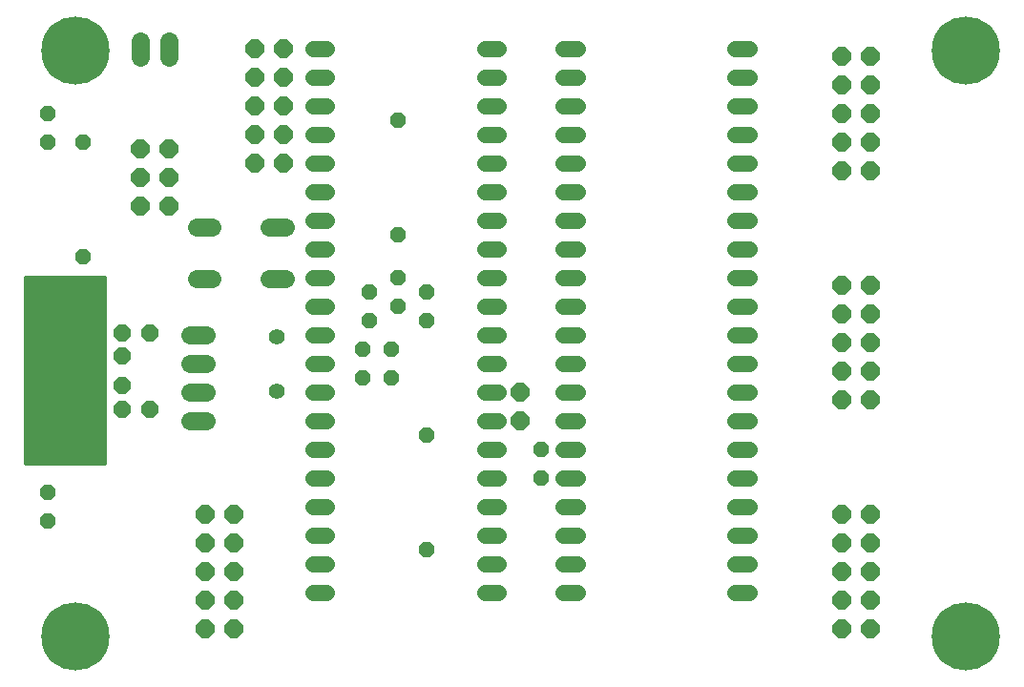
<source format=gbs>
G75*
%MOIN*%
%OFA0B0*%
%FSLAX24Y24*%
%IPPOS*%
%LPD*%
%AMOC8*
5,1,8,0,0,1.08239X$1,22.5*
%
%ADD10C,0.0120*%
%ADD11C,0.0560*%
%ADD12OC8,0.0560*%
%ADD13C,0.0640*%
%ADD14C,0.0560*%
%ADD15OC8,0.0640*%
%ADD16OC8,0.0594*%
%ADD17C,0.0946*%
%ADD18C,0.2380*%
D10*
X000500Y008100D02*
X000500Y014600D01*
X003250Y014600D01*
X003250Y008100D01*
X000500Y008100D01*
X000500Y008158D02*
X003250Y008158D01*
X003250Y008277D02*
X000500Y008277D01*
X000500Y008395D02*
X003250Y008395D01*
X003250Y008514D02*
X000500Y008514D01*
X000500Y008632D02*
X003250Y008632D01*
X003250Y008751D02*
X000500Y008751D01*
X000500Y008869D02*
X003250Y008869D01*
X003250Y008988D02*
X000500Y008988D01*
X000500Y009106D02*
X003250Y009106D01*
X003250Y009225D02*
X000500Y009225D01*
X000500Y009343D02*
X003250Y009343D01*
X003250Y009462D02*
X000500Y009462D01*
X000500Y009580D02*
X003250Y009580D01*
X003250Y009699D02*
X000500Y009699D01*
X000500Y009817D02*
X003250Y009817D01*
X003250Y009936D02*
X000500Y009936D01*
X000500Y010054D02*
X003250Y010054D01*
X003250Y010173D02*
X000500Y010173D01*
X000500Y010291D02*
X003250Y010291D01*
X003250Y010410D02*
X000500Y010410D01*
X000500Y010528D02*
X003250Y010528D01*
X003250Y010647D02*
X000500Y010647D01*
X000500Y010765D02*
X003250Y010765D01*
X003250Y010884D02*
X000500Y010884D01*
X000500Y011002D02*
X003250Y011002D01*
X003250Y011121D02*
X000500Y011121D01*
X000500Y011239D02*
X003250Y011239D01*
X003250Y011358D02*
X000500Y011358D01*
X000500Y011476D02*
X003250Y011476D01*
X003250Y011595D02*
X000500Y011595D01*
X000500Y011713D02*
X003250Y011713D01*
X003250Y011832D02*
X000500Y011832D01*
X000500Y011950D02*
X003250Y011950D01*
X003250Y012069D02*
X000500Y012069D01*
X000500Y012187D02*
X003250Y012187D01*
X003250Y012306D02*
X000500Y012306D01*
X000500Y012424D02*
X003250Y012424D01*
X003250Y012543D02*
X000500Y012543D01*
X000500Y012661D02*
X003250Y012661D01*
X003250Y012780D02*
X000500Y012780D01*
X000500Y012898D02*
X003250Y012898D01*
X003250Y013017D02*
X000500Y013017D01*
X000500Y013135D02*
X003250Y013135D01*
X003250Y013254D02*
X000500Y013254D01*
X000500Y013372D02*
X003250Y013372D01*
X003250Y013491D02*
X000500Y013491D01*
X000500Y013609D02*
X003250Y013609D01*
X003250Y013728D02*
X000500Y013728D01*
X000500Y013846D02*
X003250Y013846D01*
X003250Y013965D02*
X000500Y013965D01*
X000500Y014083D02*
X003250Y014083D01*
X003250Y014202D02*
X000500Y014202D01*
X000500Y014320D02*
X003250Y014320D01*
X003250Y014439D02*
X000500Y014439D01*
X000500Y014557D02*
X003250Y014557D01*
D11*
X010510Y014600D02*
X010990Y014600D01*
X010990Y013600D02*
X010510Y013600D01*
X010510Y012600D02*
X010990Y012600D01*
X010990Y011600D02*
X010510Y011600D01*
X010510Y010600D02*
X010990Y010600D01*
X010990Y009600D02*
X010510Y009600D01*
X010510Y008600D02*
X010990Y008600D01*
X010990Y007600D02*
X010510Y007600D01*
X010510Y006600D02*
X010990Y006600D01*
X010990Y005600D02*
X010510Y005600D01*
X010510Y004600D02*
X010990Y004600D01*
X010990Y003600D02*
X010510Y003600D01*
X016510Y003600D02*
X016990Y003600D01*
X016990Y004600D02*
X016510Y004600D01*
X016510Y005600D02*
X016990Y005600D01*
X016990Y006600D02*
X016510Y006600D01*
X016510Y007600D02*
X016990Y007600D01*
X016990Y008600D02*
X016510Y008600D01*
X016510Y009600D02*
X016990Y009600D01*
X016990Y010600D02*
X016510Y010600D01*
X016510Y011600D02*
X016990Y011600D01*
X016990Y012600D02*
X016510Y012600D01*
X016510Y013600D02*
X016990Y013600D01*
X016990Y014600D02*
X016510Y014600D01*
X016510Y015600D02*
X016990Y015600D01*
X016990Y016600D02*
X016510Y016600D01*
X016510Y017600D02*
X016990Y017600D01*
X016990Y018600D02*
X016510Y018600D01*
X016510Y019600D02*
X016990Y019600D01*
X016990Y020600D02*
X016510Y020600D01*
X016510Y021600D02*
X016990Y021600D01*
X016990Y022600D02*
X016510Y022600D01*
X019260Y022600D02*
X019740Y022600D01*
X019740Y021600D02*
X019260Y021600D01*
X019260Y020600D02*
X019740Y020600D01*
X019740Y019600D02*
X019260Y019600D01*
X019260Y018600D02*
X019740Y018600D01*
X019740Y017600D02*
X019260Y017600D01*
X019260Y016600D02*
X019740Y016600D01*
X019740Y015600D02*
X019260Y015600D01*
X019260Y014600D02*
X019740Y014600D01*
X019740Y013600D02*
X019260Y013600D01*
X019260Y012600D02*
X019740Y012600D01*
X019740Y011600D02*
X019260Y011600D01*
X019260Y010600D02*
X019740Y010600D01*
X019740Y009600D02*
X019260Y009600D01*
X019260Y008600D02*
X019740Y008600D01*
X019740Y007600D02*
X019260Y007600D01*
X019260Y006600D02*
X019740Y006600D01*
X019740Y005600D02*
X019260Y005600D01*
X019260Y004600D02*
X019740Y004600D01*
X019740Y003600D02*
X019260Y003600D01*
X025260Y003600D02*
X025740Y003600D01*
X025740Y004600D02*
X025260Y004600D01*
X025260Y005600D02*
X025740Y005600D01*
X025740Y006600D02*
X025260Y006600D01*
X025260Y007600D02*
X025740Y007600D01*
X025740Y008600D02*
X025260Y008600D01*
X025260Y009600D02*
X025740Y009600D01*
X025740Y010600D02*
X025260Y010600D01*
X025260Y011600D02*
X025740Y011600D01*
X025740Y012600D02*
X025260Y012600D01*
X025260Y013600D02*
X025740Y013600D01*
X025740Y014600D02*
X025260Y014600D01*
X025260Y015600D02*
X025740Y015600D01*
X025740Y016600D02*
X025260Y016600D01*
X025260Y017600D02*
X025740Y017600D01*
X025740Y018600D02*
X025260Y018600D01*
X025260Y019600D02*
X025740Y019600D01*
X025740Y020600D02*
X025260Y020600D01*
X025260Y021600D02*
X025740Y021600D01*
X025740Y022600D02*
X025260Y022600D01*
X010990Y022600D02*
X010510Y022600D01*
X010510Y021600D02*
X010990Y021600D01*
X010990Y020600D02*
X010510Y020600D01*
X010510Y019600D02*
X010990Y019600D01*
X010990Y018600D02*
X010510Y018600D01*
X010510Y017600D02*
X010990Y017600D01*
X010990Y016600D02*
X010510Y016600D01*
X010510Y015600D02*
X010990Y015600D01*
D12*
X012500Y014100D03*
X013500Y013600D03*
X012500Y013100D03*
X012250Y012100D03*
X013250Y012100D03*
X013250Y011100D03*
X012250Y011100D03*
X014500Y009100D03*
X018500Y008600D03*
X018500Y007600D03*
X014500Y005100D03*
X014500Y013100D03*
X014500Y014100D03*
X013500Y014600D03*
X013500Y016100D03*
X013500Y020100D03*
X002500Y019350D03*
X001250Y019350D03*
X001250Y020350D03*
X002500Y015350D03*
X001250Y007100D03*
X001250Y006100D03*
D13*
X006220Y009600D02*
X006780Y009600D01*
X006780Y010600D02*
X006220Y010600D01*
X006220Y011600D02*
X006780Y011600D01*
X006780Y012600D02*
X006220Y012600D01*
X006440Y014585D02*
X007000Y014585D01*
X009000Y014585D02*
X009560Y014585D01*
X009560Y016365D02*
X009000Y016365D01*
X007000Y016365D02*
X006440Y016365D01*
X005500Y022320D02*
X005500Y022880D01*
X004500Y022880D02*
X004500Y022320D01*
D14*
X009250Y012550D03*
X009250Y010650D03*
D15*
X007750Y006350D03*
X006750Y006350D03*
X006750Y005350D03*
X007750Y005350D03*
X007750Y004350D03*
X006750Y004350D03*
X006750Y003350D03*
X007750Y003350D03*
X007750Y002350D03*
X006750Y002350D03*
X017750Y009600D03*
X017750Y010600D03*
X029000Y010350D03*
X030000Y010350D03*
X030000Y011350D03*
X029000Y011350D03*
X029000Y012350D03*
X030000Y012350D03*
X030000Y013350D03*
X029000Y013350D03*
X029000Y014350D03*
X030000Y014350D03*
X030000Y018350D03*
X029000Y018350D03*
X029000Y019350D03*
X030000Y019350D03*
X030000Y020350D03*
X029000Y020350D03*
X029000Y021350D03*
X030000Y021350D03*
X030000Y022350D03*
X029000Y022350D03*
X009500Y022600D03*
X008500Y022600D03*
X008500Y021600D03*
X009500Y021600D03*
X009500Y020600D03*
X008500Y020600D03*
X008500Y019600D03*
X009500Y019600D03*
X009500Y018600D03*
X008500Y018600D03*
X005500Y018100D03*
X004500Y018100D03*
X004500Y017100D03*
X005500Y017100D03*
X005500Y019100D03*
X004500Y019100D03*
X029000Y006350D03*
X030000Y006350D03*
X030000Y005350D03*
X029000Y005350D03*
X029000Y004350D03*
X030000Y004350D03*
X030000Y003350D03*
X029000Y003350D03*
X029000Y002350D03*
X030000Y002350D03*
D16*
X004831Y010011D03*
X003846Y010011D03*
X003846Y010838D03*
X003846Y011862D03*
X003846Y012689D03*
X004831Y012689D03*
D17*
X002665Y014007D03*
X002350Y011350D03*
X002665Y008693D03*
D18*
X002219Y002069D03*
X002219Y022541D03*
X033321Y022541D03*
X033321Y002069D03*
M02*

</source>
